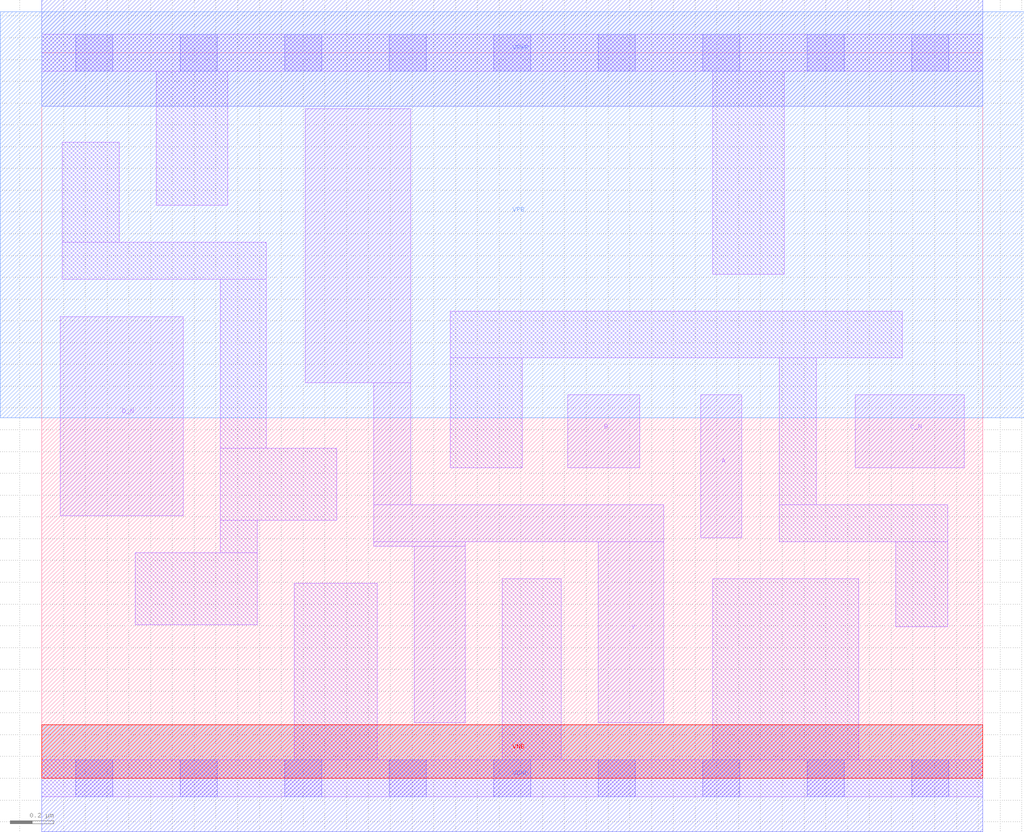
<source format=lef>
# Copyright 2020 The SkyWater PDK Authors
#
# Licensed under the Apache License, Version 2.0 (the "License");
# you may not use this file except in compliance with the License.
# You may obtain a copy of the License at
#
#     https://www.apache.org/licenses/LICENSE-2.0
#
# Unless required by applicable law or agreed to in writing, software
# distributed under the License is distributed on an "AS IS" BASIS,
# WITHOUT WARRANTIES OR CONDITIONS OF ANY KIND, either express or implied.
# See the License for the specific language governing permissions and
# limitations under the License.
#
# SPDX-License-Identifier: Apache-2.0

VERSION 5.7 ;
  NOWIREEXTENSIONATPIN ON ;
  DIVIDERCHAR "/" ;
  BUSBITCHARS "[]" ;
MACRO sky130_fd_sc_lp__nor4bb_1
  CLASS CORE ;
  FOREIGN sky130_fd_sc_lp__nor4bb_1 ;
  ORIGIN  0.000000  0.000000 ;
  SIZE  4.320000 BY  3.330000 ;
  SYMMETRY X Y R90 ;
  SITE unit ;
  PIN A
    ANTENNAGATEAREA  0.315000 ;
    DIRECTION INPUT ;
    USE SIGNAL ;
    PORT
      LAYER li1 ;
        RECT 3.025000 1.105000 3.215000 1.760000 ;
    END
  END A
  PIN B
    ANTENNAGATEAREA  0.315000 ;
    DIRECTION INPUT ;
    USE SIGNAL ;
    PORT
      LAYER li1 ;
        RECT 2.415000 1.425000 2.745000 1.760000 ;
    END
  END B
  PIN C_N
    ANTENNAGATEAREA  0.126000 ;
    DIRECTION INPUT ;
    USE SIGNAL ;
    PORT
      LAYER li1 ;
        RECT 3.735000 1.425000 4.235000 1.760000 ;
    END
  END C_N
  PIN D_N
    ANTENNAGATEAREA  0.126000 ;
    DIRECTION INPUT ;
    USE SIGNAL ;
    PORT
      LAYER li1 ;
        RECT 0.085000 1.205000 0.650000 2.120000 ;
    END
  END D_N
  PIN Y
    ANTENNADIFFAREA  0.842100 ;
    DIRECTION OUTPUT ;
    USE SIGNAL ;
    PORT
      LAYER li1 ;
        RECT 1.210000 1.815000 1.695000 3.075000 ;
        RECT 1.525000 1.065000 1.945000 1.085000 ;
        RECT 1.525000 1.085000 2.855000 1.255000 ;
        RECT 1.525000 1.255000 1.695000 1.815000 ;
        RECT 1.710000 0.255000 1.945000 1.065000 ;
        RECT 2.555000 0.255000 2.855000 1.085000 ;
    END
  END Y
  PIN VGND
    DIRECTION INOUT ;
    USE GROUND ;
    PORT
      LAYER met1 ;
        RECT 0.000000 -0.245000 4.320000 0.245000 ;
    END
  END VGND
  PIN VNB
    DIRECTION INOUT ;
    USE GROUND ;
    PORT
      LAYER pwell ;
        RECT 0.000000 0.000000 4.320000 0.245000 ;
    END
  END VNB
  PIN VPB
    DIRECTION INOUT ;
    USE POWER ;
    PORT
      LAYER nwell ;
        RECT -0.190000 1.655000 4.510000 3.520000 ;
    END
  END VPB
  PIN VPWR
    DIRECTION INOUT ;
    USE POWER ;
    PORT
      LAYER met1 ;
        RECT 0.000000 3.085000 4.320000 3.575000 ;
    END
  END VPWR
  OBS
    LAYER li1 ;
      RECT 0.000000 -0.085000 4.320000 0.085000 ;
      RECT 0.000000  3.245000 4.320000 3.415000 ;
      RECT 0.095000  2.290000 1.030000 2.460000 ;
      RECT 0.095000  2.460000 0.355000 2.920000 ;
      RECT 0.430000  0.705000 0.990000 1.035000 ;
      RECT 0.525000  2.630000 0.855000 3.245000 ;
      RECT 0.820000  1.035000 0.990000 1.185000 ;
      RECT 0.820000  1.185000 1.355000 1.515000 ;
      RECT 0.820000  1.515000 1.030000 2.290000 ;
      RECT 1.160000  0.085000 1.540000 0.895000 ;
      RECT 1.875000  1.425000 2.205000 1.930000 ;
      RECT 1.875000  1.930000 3.950000 2.145000 ;
      RECT 2.115000  0.085000 2.385000 0.915000 ;
      RECT 3.080000  0.085000 3.750000 0.915000 ;
      RECT 3.080000  2.315000 3.410000 3.245000 ;
      RECT 3.385000  1.085000 4.160000 1.255000 ;
      RECT 3.385000  1.255000 3.555000 1.930000 ;
      RECT 3.920000  0.695000 4.160000 1.085000 ;
    LAYER mcon ;
      RECT 0.155000 -0.085000 0.325000 0.085000 ;
      RECT 0.155000  3.245000 0.325000 3.415000 ;
      RECT 0.635000 -0.085000 0.805000 0.085000 ;
      RECT 0.635000  3.245000 0.805000 3.415000 ;
      RECT 1.115000 -0.085000 1.285000 0.085000 ;
      RECT 1.115000  3.245000 1.285000 3.415000 ;
      RECT 1.595000 -0.085000 1.765000 0.085000 ;
      RECT 1.595000  3.245000 1.765000 3.415000 ;
      RECT 2.075000 -0.085000 2.245000 0.085000 ;
      RECT 2.075000  3.245000 2.245000 3.415000 ;
      RECT 2.555000 -0.085000 2.725000 0.085000 ;
      RECT 2.555000  3.245000 2.725000 3.415000 ;
      RECT 3.035000 -0.085000 3.205000 0.085000 ;
      RECT 3.035000  3.245000 3.205000 3.415000 ;
      RECT 3.515000 -0.085000 3.685000 0.085000 ;
      RECT 3.515000  3.245000 3.685000 3.415000 ;
      RECT 3.995000 -0.085000 4.165000 0.085000 ;
      RECT 3.995000  3.245000 4.165000 3.415000 ;
  END
END sky130_fd_sc_lp__nor4bb_1
END LIBRARY

</source>
